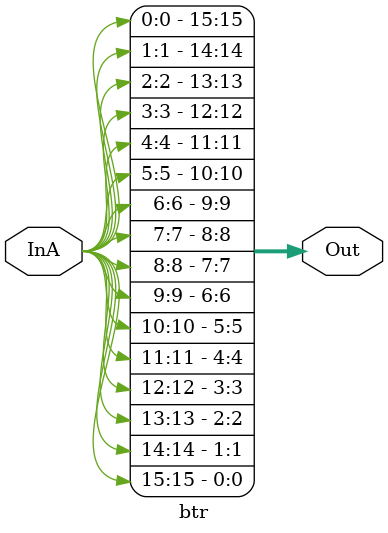
<source format=v>
module btr(InA, Out);
    
    input [15:0] InA;
    output [15:0] Out;
    
    assign Out[0] = InA[15];
    assign Out[1] = InA[14];
    assign Out[2] = InA[13];
    assign Out[3] = InA[12];
    assign Out[4] = InA[11];
    assign Out[5] = InA[10];
    assign Out[6] = InA[9];
    assign Out[7] = InA[8];
    assign Out[8] = InA[7];
    assign Out[9] = InA[6];
    assign Out[10] = InA[5];
    assign Out[11] = InA[4];
    assign Out[12] = InA[3];
    assign Out[13] = InA[2];
    assign Out[14] = InA[1];
    assign Out[15] = InA[0];
    
endmodule
    
</source>
